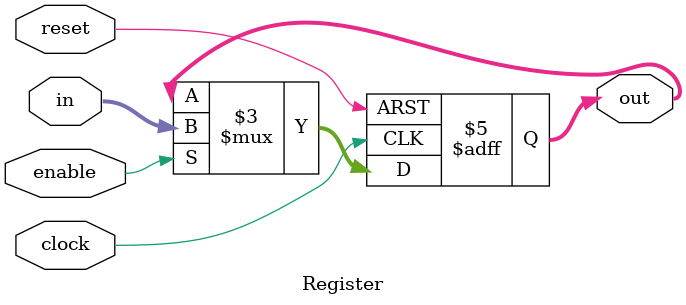
<source format=sv>
`default_nettype none

module I2C_slave (
    // in every circuit
    input logic clock, reset, 

    // interface with I2C
    input  logic SDA_in, 
    output logic SDA_out,
    input  logic SCL, // We are fast enough, no need to do clock stretching
    output logic wr_up,

    // interface with downstream thread
    input  logic [7:0] data_in, 
    output logic [7:0] data_out,
    output logic writeOK, wr_down
    
    ,input  logic data_incoming
);

    parameter I2C_ADDRESS = 7'h49;

    // ==================================================================
    // ============= Four little FSM for Pattern Detection: =============
    // ==================================================================

    enum logic {SCL0, SCL1} scl_state, scl_nextstate;
    logic scl_rise, scl_fall, scl_high, scl_low;

    enum logic {SDA0, SDA1} sda_state, sda_nextstate;
    logic sda_rise, sda_fall, sda_high, sda_low;

    enum logic {WAIT_START, SDAFALL} start_state, start_nextstate;
    logic i2c_start;

    enum logic {WAIT_STOP, SCLRISE} stop_state, stop_nextstate;
    logic i2c_stop;

    always_comb begin : SCLstate
        scl_rise = 1'b0;
        scl_fall = 1'b0;
        scl_high = 1'b0;
        scl_low  = 1'b0;
        case (scl_state)
            SCL0: begin
                if (SCL) begin
                    scl_rise = 1'b1;
                    scl_high = 1'b1;
                    scl_nextstate = SCL1;
                end
                else begin
                    scl_low = 1'b1;
                    scl_nextstate = SCL0;
                end
            end
            SCL1: begin
                if (~SCL) begin
                    scl_fall = 1'b1;
                    scl_low = 1'b1;
                    scl_nextstate = SCL0;
                end
                else begin
                    scl_high = 1'b1;
                    scl_nextstate = SCL1;
                end
            end
            default: scl_nextstate = SCL0;
        endcase
    end

    always_comb begin : SDAstate
        sda_rise = 1'b0;
        sda_fall = 1'b0;
        sda_high = 1'b0;
        sda_low  = 1'b0;
        case (sda_state)
            SDA0: begin
                if (SDA_in) begin
                    sda_rise = 1'b1;
                    sda_high = 1'b1;
                    sda_nextstate = SDA1;
                end
                else begin
                    sda_low = 1'b1;
                    sda_nextstate = SDA0;
                end
            end
            SDA1: begin
                if (~SDA_in) begin
                    sda_fall = 1'b1;
                    sda_low = 1'b1;
                    sda_nextstate = SDA0;
                end
                else begin
                    sda_high = 1'b1;
                    sda_nextstate = SDA1;
                end
            end
            default: sda_nextstate = SDA0;
        endcase
    end

    always_comb begin : STARTstate
        i2c_start = 1'b0;
        case (start_state)
            WAIT_START: begin
                if (sda_fall && scl_high) begin
                    start_nextstate = SDAFALL;
                end
                else begin
                    start_nextstate = WAIT_START;
                end
            end
            SDAFALL: begin
                if (scl_fall && sda_low) begin
                    i2c_start = 1'b1;
                    start_nextstate = WAIT_START;
                end
                else if (scl_fall && sda_high) begin
                    start_nextstate = WAIT_START;
                end
                else begin
                    start_nextstate = SDAFALL;
                end
            end
            default: start_nextstate = WAIT_START;
        endcase
    end

    always_comb begin : STOPstate
        i2c_stop = 1'b0;
        case (stop_state)
            WAIT_STOP: begin
                if (scl_rise && sda_low) begin
                    stop_nextstate = SCLRISE;
                end
                else begin
                    stop_nextstate = WAIT_STOP;
                end
            end
            SCLRISE: begin
                if (sda_rise & scl_high) begin
                    i2c_stop = 1'b1;
                    stop_nextstate = WAIT_STOP;
                end
                else if (scl_fall) begin
                    stop_nextstate = WAIT_STOP;
                end
                else begin
                    stop_nextstate = SCLRISE;
                end
            end
            default: stop_nextstate = WAIT_STOP;
        endcase
    end

    always_ff @(posedge clock, negedge reset) begin
        if (~reset) begin
            scl_state <= SCL1; // B/c i2c lines were pulled UP, so by default
            sda_state <= SDA1; // they are 1.
            start_state <= WAIT_START;
            stop_state <= WAIT_STOP;
        end
        else begin
            scl_state <= scl_nextstate; // B/c i2c lines were pulled UP, so by default
            sda_state <= sda_nextstate; // they are 1.
            start_state <= start_nextstate;
            stop_state <= stop_nextstate;
        end
    end

    // ====================================================
    // ============= All Submodule Initiation =============
    // ====================================================

    logic sipo_load, sipo_full, sipo_clear;
    logic [7:0] sipo_out;

    SIPO the_sipo (.clock, .reset, .data_in(SDA_in), .clear(sipo_clear), 
                   .load(sipo_load), .out(sipo_out), .full(sipo_full));

    logic store;
    logic [7:0] register_out;

    Register the_reg (.clock, .reset, .in(sipo_out), .out(register_out), 
                      .enable(store));

    logic piso_load, piso_spit, piso_empty;
    logic piso_out;

    PISO the_piso (.clock, .reset, .data_in(data_in), .spit(piso_spit), 
                   .load(piso_load), .out(piso_out), .empty(piso_empty));

    logic is_correct_address;

    assign is_correct_address = sipo_out[7:1] == I2C_ADDRESS;

    logic r1w0;

    assign r1w0 = sipo_out[0];

    logic ack;

    assign SDA_out = ack ? 1'b0 : piso_out;

    assign writeOK = ~wr_down & piso_empty;

    assign piso_load = ~wr_down & data_incoming & piso_empty;

    assign data_out = register_out;
    
    // ====================================================
    // =============== The Main Control FSM ===============
    // ====================================================

    enum logic [3:0] {IDLE, ADDR_RD, WAIT_END, 
                      READ, READ_ACK, READ_PRELD, READ_LOAD, 
                      WRITE, WRITE_ACK, WRITE_PRELD, WRITE_SEND, WRITE_RELEASE} 
                      state, nextstate;

    always_comb begin : main_FSM
        sipo_clear = 1'b0;
        sipo_load = 1'b0;
        ack = 1'b0;
        store = 1'b0;
        wr_down = 1'b0;
        piso_spit = 1'b0;
        wr_up = 1'b0;
        unique case (state)
            IDLE: begin
                if (i2c_start) begin
                    sipo_clear = 1'b1;
                    nextstate = ADDR_RD;
                end
                else begin
                    nextstate = IDLE;
                end
            end
            ADDR_RD: begin
                if (scl_rise && ~sipo_full) begin
                    sipo_load = 1'b1;
                    nextstate = ADDR_RD;
                end
                else if (sipo_full && ~is_correct_address) begin 
                    // we remove scl_rise here since when sipo is full and scl rise, 
                    // we need to pull the ACK line. this will make us run out of 
                    // time for checking address and RW
                    nextstate = WAIT_END;
                end
                else if (sipo_full && is_correct_address && ~r1w0) begin
                    // State READ is withrespect to slave, where i2c signal 
                    // r1w0 is with respect to master. so need to flip this part. 
                    nextstate = READ;
                end
                else if (sipo_full && is_correct_address && r1w0) begin
                    nextstate = WRITE;
                end
                else begin
                    nextstate = ADDR_RD;
                end
            end
            WAIT_END: begin 
                // This state is to made sure that this line don't 
                // hijack the line in the middle of the i2c. 
                if (i2c_stop)
                    nextstate = IDLE;
                else
                    nextstate = WAIT_END;
            end

            /* READ SIDE */

            READ: begin
                if (scl_fall) begin
                    ack = 1'b1;
                    nextstate = READ_ACK;
                end else begin
                    nextstate = READ;
                end
            end
            READ_ACK: begin
                wr_down = 1'b1;
                if (scl_fall) begin
                    sipo_clear = 1'b1;
                    nextstate = READ_PRELD;
                end else begin
                    ack = 1'b1;
                    nextstate = READ_ACK;
                end
            end
            READ_PRELD: begin
                wr_down = 1'b1;
                if (scl_rise) begin
                    sipo_load = 1'b1;
                    nextstate = READ_LOAD;
                end else begin
                    nextstate = READ_PRELD;
                end
            end
            READ_LOAD: begin
                wr_down = 1'b1;
                if (scl_rise && ~sipo_full) begin
                    sipo_load = 1'b1;
                    nextstate = READ_LOAD;
                end
                else if (scl_fall && sipo_full) begin
                    ack = 1'b1;
                    store = 1'b1;
                    nextstate = READ_ACK; 
                    // end of communication, send acknowledgement
                end
                else if (sda_rise && scl_high) begin
                    // sda change value during scl_low. if sda_rise and scl_high
                    nextstate = IDLE;
                end
                else begin
                    nextstate = READ_LOAD;
                end
            end

            /* WRITE SIDE */

            WRITE: begin
                if (scl_fall) begin
                    ack = 1'b1;
                    nextstate = WRITE_ACK;
                end else begin
                    nextstate = WRITE;
                end
            end
            WRITE_ACK: begin
                if (scl_fall) begin
                    piso_spit = 1'b1;
                    wr_up = 1'b1;
                    nextstate = WRITE_PRELD;
                end else begin
                    ack = 1'b1;
                    nextstate = WRITE_ACK;
                end
            end
            WRITE_PRELD: begin
                if (scl_fall) begin
                    piso_spit = 1'b1;
                    wr_up = 1'b1;
                    nextstate = WRITE_SEND;
                end else begin
                    nextstate = WRITE_PRELD;
                end
            end
            WRITE_SEND: begin
                if (scl_fall && ~piso_empty) begin
                    piso_spit = 1'b1;
                    wr_up = 1'b1;
                    nextstate = WRITE_SEND;
                end
                else if (scl_fall && piso_empty) begin
                    nextstate = WRITE_RELEASE;
                end
                else begin
                    nextstate = WRITE_SEND;
                    wr_up = 1'b1; // we need to hold this line. 
                end
            end
            WRITE_RELEASE: begin // this state releases the SDA line
                if (scl_rise && sda_low) begin
                    nextstate = WRITE_PRELD;
                end
                else if (scl_rise && sda_high) begin
                    nextstate = IDLE;
                end
                else begin
                    nextstate = WRITE_RELEASE;
                end
            end

            default: nextstate = IDLE;
        endcase
    end

    always_ff @(posedge clock, negedge reset) begin
        if (~reset)
            state <= IDLE;
        else
            state <= nextstate;
    end

endmodule

module SIPO #(
    parameter SIZE = 8, 
    parameter UNIT = 1
) (
    input  logic [UNIT-1:0] data_in, 
    input  logic            clock, reset, 
    input  logic            clear, load, 
    output logic [SIZE-1:0] out, 
    output logic            full
);

    logic [$clog2(SIZE):0] counter;

    assign full = counter == SIZE;

    always_ff @(posedge clock, negedge reset) begin
        if (~reset) begin
            out <= 'b0;
            counter <= 'b0;
        end
        else begin
            if (clear) begin
                out <= 'b0;
                counter <= 'b0;
            end
            if (load && counter != SIZE) begin
                out <= {out[SIZE-UNIT-1:0], data_in};
                counter <= counter + 'd1;
            end
        end
    end
    
endmodule: SIPO

module PISO(
    input  logic [7:0] data_in, 
    input  logic            clock, reset, 
    input  logic            spit, load, 
    output logic  out, 
    output logic            empty
);

    logic [3:0] counter, counter_plus_1;

    logic [7:0] register;

    assign empty = counter == 8;

    logic shift;
    assign shift = spit && !empty;

    assign counter_plus_1 = counter + 'd1;

    always_ff @(posedge clock, negedge reset) begin: the_piso
        if (~reset) begin
            register <= 'b0;
            counter <= 'd8;
            out <= 'd0;
        end
        else if (load) begin
            register <= data_in;
            counter <= 'd0;
            out <= 'd0;
        end 
        else if (shift) begin
            register <= {register[6:0], 1'd0};
            counter <= counter_plus_1;
            out <= register[7];
        end
    end
    
endmodule

module Register #(
    parameter SIZE = 8
) (
    input  logic [SIZE-1:0] in, 
    output logic [SIZE-1:0] out, 
    input  logic            clock, reset, 
    input  logic            enable
);

    always_ff @(posedge clock, negedge reset) begin
        if (~reset)
            out <= 'b0;
        else if (enable) begin
            out <= in;
        end
    end
    
endmodule
</source>
